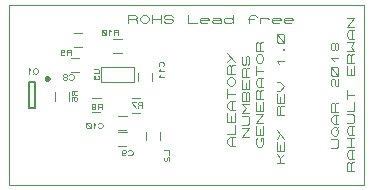
<source format=gbr>
G04 PROTEUS GERBER X2 FILE*
%TF.GenerationSoftware,Labcenter,Proteus,8.5-SP0-Build22067*%
%TF.CreationDate,2018-05-09T22:16:53+00:00*%
%TF.FileFunction,Legend,Bot*%
%TF.FilePolarity,Positive*%
%TF.Part,Single*%
%FSLAX45Y45*%
%MOMM*%
G01*
%TA.AperFunction,Profile*%
%ADD28C,0.101600*%
%TA.AperFunction,Material*%
%ADD73C,0.101600*%
%ADD30C,0.250000*%
%ADD31C,0.200000*%
D28*
X-1490000Y-760000D02*
X+1510000Y-760000D01*
X+1510000Y+760000D01*
X-1490000Y+760000D01*
X-1490000Y-760000D01*
D73*
X-711790Y+108710D02*
X-432390Y+108710D01*
X-432390Y+235710D01*
X-711790Y+235710D01*
X-711790Y+108710D01*
X-777830Y+221740D02*
X-739730Y+221740D01*
X-732110Y+215390D01*
X-732110Y+189990D01*
X-739730Y+183640D01*
X-777830Y+183640D01*
X-777830Y+132840D02*
X-777830Y+164590D01*
X-762590Y+164590D01*
X-762590Y+139190D01*
X-754970Y+132840D01*
X-739730Y+132840D01*
X-732110Y+139190D01*
X-732110Y+158240D01*
X-739730Y+164590D01*
X-943060Y+405060D02*
X-874480Y+405060D01*
X-943060Y+526980D02*
X-871940Y+526980D01*
X-969240Y+339020D02*
X-969240Y+384740D01*
X-1000990Y+384740D01*
X-1007340Y+377120D01*
X-1007340Y+369500D01*
X-1000990Y+361880D01*
X-969240Y+361880D01*
X-1000990Y+361880D02*
X-1007340Y+354260D01*
X-1007340Y+339020D01*
X-1058140Y+369500D02*
X-1051790Y+361880D01*
X-1032740Y+361880D01*
X-1026390Y+369500D01*
X-1026390Y+377120D01*
X-1032740Y+384740D01*
X-1051790Y+384740D01*
X-1058140Y+377120D01*
X-1058140Y+346640D01*
X-1051790Y+339020D01*
X-1032740Y+339020D01*
X-609700Y+355060D02*
X-541120Y+355060D01*
X-609700Y+476980D02*
X-538580Y+476980D01*
X-570480Y+509020D02*
X-570480Y+554740D01*
X-602230Y+554740D01*
X-608580Y+547120D01*
X-608580Y+539500D01*
X-602230Y+531880D01*
X-570480Y+531880D01*
X-602230Y+531880D02*
X-608580Y+524260D01*
X-608580Y+509020D01*
X-633980Y+539500D02*
X-646680Y+554740D01*
X-646680Y+509020D01*
X-672080Y+516640D02*
X-672080Y+547120D01*
X-678430Y+554740D01*
X-703830Y+554740D01*
X-710180Y+547120D01*
X-710180Y+516640D01*
X-703830Y+509020D01*
X-678430Y+509020D01*
X-672080Y+516640D01*
X-672080Y+509020D02*
X-710180Y+554740D01*
X-401780Y+189820D02*
X-401780Y+121240D01*
X-279860Y+189820D02*
X-279860Y+118700D01*
X-189720Y+244900D02*
X-182100Y+251250D01*
X-182100Y+270300D01*
X-197340Y+283000D01*
X-212580Y+283000D01*
X-227820Y+270300D01*
X-227820Y+251250D01*
X-220200Y+244900D01*
X-212580Y+219500D02*
X-227820Y+206800D01*
X-182100Y+206800D01*
X-212580Y+168700D02*
X-227820Y+156000D01*
X-182100Y+156000D01*
X-383660Y-28100D02*
X-452240Y-28100D01*
X-383660Y-150020D02*
X-454780Y-150020D01*
X-365880Y-107780D02*
X-365880Y-62060D01*
X-397630Y-62060D01*
X-403980Y-69680D01*
X-403980Y-77300D01*
X-397630Y-84920D01*
X-365880Y-84920D01*
X-397630Y-84920D02*
X-403980Y-92540D01*
X-403980Y-107780D01*
X-423030Y-62060D02*
X-454780Y-62060D01*
X-454780Y-69680D01*
X-423030Y-107780D01*
X-789700Y-144940D02*
X-721120Y-144940D01*
X-789700Y-23020D02*
X-718580Y-23020D01*
X-705880Y-120980D02*
X-705880Y-75260D01*
X-737630Y-75260D01*
X-743980Y-82880D01*
X-743980Y-90500D01*
X-737630Y-98120D01*
X-705880Y-98120D01*
X-737630Y-98120D02*
X-743980Y-105740D01*
X-743980Y-120980D01*
X-769380Y-98120D02*
X-763030Y-90500D01*
X-763030Y-82880D01*
X-769380Y-75260D01*
X-788430Y-75260D01*
X-794780Y-82880D01*
X-794780Y-90500D01*
X-788430Y-98120D01*
X-769380Y-98120D01*
X-763030Y-105740D01*
X-763030Y-113360D01*
X-769380Y-120980D01*
X-788430Y-120980D01*
X-794780Y-113360D01*
X-794780Y-105740D01*
X-788430Y-98120D01*
X-969700Y+195060D02*
X-901120Y+195060D01*
X-969700Y+316980D02*
X-898580Y+316980D01*
X-983980Y+136640D02*
X-977630Y+129020D01*
X-958580Y+129020D01*
X-945880Y+144260D01*
X-945880Y+159500D01*
X-958580Y+174740D01*
X-977630Y+174740D01*
X-983980Y+167120D01*
X-1009380Y+151880D02*
X-1003030Y+159500D01*
X-1003030Y+167120D01*
X-1009380Y+174740D01*
X-1028430Y+174740D01*
X-1034780Y+167120D01*
X-1034780Y+159500D01*
X-1028430Y+151880D01*
X-1009380Y+151880D01*
X-1003030Y+144260D01*
X-1003030Y+136640D01*
X-1009380Y+129020D01*
X-1028430Y+129020D01*
X-1034780Y+136640D01*
X-1034780Y+144260D01*
X-1028430Y+151880D01*
D30*
X-1157500Y+140000D02*
X-1157543Y+141039D01*
X-1157895Y+143118D01*
X-1158632Y+145197D01*
X-1159836Y+147276D01*
X-1161677Y+149326D01*
X-1163756Y+150829D01*
X-1165835Y+151786D01*
X-1167914Y+152325D01*
X-1169993Y+152500D01*
X-1170000Y+152500D01*
X-1182500Y+140000D02*
X-1182457Y+141039D01*
X-1182105Y+143118D01*
X-1181368Y+145197D01*
X-1180164Y+147276D01*
X-1178323Y+149326D01*
X-1176244Y+150829D01*
X-1174165Y+151786D01*
X-1172086Y+152325D01*
X-1170007Y+152500D01*
X-1170000Y+152500D01*
X-1182500Y+140000D02*
X-1182457Y+138961D01*
X-1182105Y+136882D01*
X-1181368Y+134803D01*
X-1180164Y+132724D01*
X-1178323Y+130674D01*
X-1176244Y+129171D01*
X-1174165Y+128214D01*
X-1172086Y+127675D01*
X-1170007Y+127500D01*
X-1170000Y+127500D01*
X-1157500Y+140000D02*
X-1157543Y+138961D01*
X-1157895Y+136882D01*
X-1158632Y+134803D01*
X-1159836Y+132724D01*
X-1161677Y+130674D01*
X-1163756Y+129171D01*
X-1165835Y+128214D01*
X-1167914Y+127675D01*
X-1169993Y+127500D01*
X-1170000Y+127500D01*
D31*
X-1275000Y-110000D02*
X-1325000Y-110000D01*
X-1325000Y+110000D01*
X-1275000Y+110000D01*
X-1275000Y-110000D01*
D73*
X-1249200Y+210720D02*
X-1261900Y+225960D01*
X-1274600Y+225960D01*
X-1287300Y+210720D01*
X-1287300Y+195480D01*
X-1274600Y+180240D01*
X-1261900Y+180240D01*
X-1249200Y+195480D01*
X-1249200Y+210720D01*
X-1274600Y+195480D02*
X-1287300Y+180240D01*
X-1312700Y+210720D02*
X-1325400Y+225960D01*
X-1325400Y+180240D01*
X-984940Y-46220D02*
X-984940Y+22360D01*
X-1106860Y-46220D02*
X-1106860Y+24900D01*
X-918900Y+37600D02*
X-964620Y+37600D01*
X-964620Y+5850D01*
X-957000Y-500D01*
X-949380Y-500D01*
X-941760Y+5850D01*
X-941760Y+37600D01*
X-941760Y+5850D02*
X-934140Y-500D01*
X-918900Y-500D01*
X-957000Y-51300D02*
X-964620Y-44950D01*
X-964620Y-25900D01*
X-957000Y-19550D01*
X-926520Y-19550D01*
X-918900Y-25900D01*
X-918900Y-44950D01*
X-926520Y-51300D01*
X-934140Y-51300D01*
X-941760Y-44950D01*
X-941760Y-19550D01*
X-211580Y-379700D02*
X-211580Y-311120D01*
X-333500Y-379700D02*
X-333500Y-308580D01*
X-181260Y-465880D02*
X-135540Y-465880D01*
X-135540Y-503980D01*
X-173640Y-523030D02*
X-181260Y-529380D01*
X-181260Y-548430D01*
X-173640Y-554780D01*
X-166020Y-554780D01*
X-158400Y-548430D01*
X-158400Y-529380D01*
X-150780Y-523030D01*
X-135540Y-523030D01*
X-135540Y-554780D01*
X-569700Y-294940D02*
X-501120Y-294940D01*
X-569700Y-173020D02*
X-498580Y-173020D01*
X-738580Y-273360D02*
X-732230Y-280980D01*
X-713180Y-280980D01*
X-700480Y-265740D01*
X-700480Y-250500D01*
X-713180Y-235260D01*
X-732230Y-235260D01*
X-738580Y-242880D01*
X-763980Y-250500D02*
X-776680Y-235260D01*
X-776680Y-280980D01*
X-802080Y-273360D02*
X-802080Y-242880D01*
X-808430Y-235260D01*
X-833830Y-235260D01*
X-840180Y-242880D01*
X-840180Y-273360D01*
X-833830Y-280980D01*
X-808430Y-280980D01*
X-802080Y-273360D01*
X-802080Y-280980D02*
X-840180Y-235260D01*
X-569700Y-434940D02*
X-501120Y-434940D01*
X-569700Y-313020D02*
X-498580Y-313020D01*
X-483980Y-503360D02*
X-477630Y-510980D01*
X-458580Y-510980D01*
X-445880Y-495740D01*
X-445880Y-480500D01*
X-458580Y-465260D01*
X-477630Y-465260D01*
X-483980Y-472880D01*
X-534780Y-480500D02*
X-528430Y-488120D01*
X-509380Y-488120D01*
X-503030Y-480500D01*
X-503030Y-472880D01*
X-509380Y-465260D01*
X-528430Y-465260D01*
X-534780Y-472880D01*
X-534780Y-503360D01*
X-528430Y-510980D01*
X-509380Y-510980D01*
X+1428600Y-645160D02*
X+1367640Y-645160D01*
X+1367640Y-581660D01*
X+1377800Y-568960D01*
X+1387960Y-568960D01*
X+1398120Y-581660D01*
X+1398120Y-645160D01*
X+1398120Y-581660D02*
X+1408280Y-568960D01*
X+1428600Y-568960D01*
X+1428600Y-543560D02*
X+1387960Y-543560D01*
X+1367640Y-518160D01*
X+1367640Y-492760D01*
X+1387960Y-467360D01*
X+1428600Y-467360D01*
X+1408280Y-543560D02*
X+1408280Y-467360D01*
X+1428600Y-441960D02*
X+1367640Y-441960D01*
X+1367640Y-365760D02*
X+1428600Y-365760D01*
X+1398120Y-441960D02*
X+1398120Y-365760D01*
X+1428600Y-340360D02*
X+1387960Y-340360D01*
X+1367640Y-314960D01*
X+1367640Y-289560D01*
X+1387960Y-264160D01*
X+1428600Y-264160D01*
X+1408280Y-340360D02*
X+1408280Y-264160D01*
X+1367640Y-238760D02*
X+1418440Y-238760D01*
X+1428600Y-226060D01*
X+1428600Y-175260D01*
X+1418440Y-162560D01*
X+1367640Y-162560D01*
X+1367640Y-137160D02*
X+1428600Y-137160D01*
X+1428600Y-60960D01*
X+1367640Y-35560D02*
X+1367640Y+40640D01*
X+1367640Y+2540D02*
X+1428600Y+2540D01*
X+1428600Y+243840D02*
X+1428600Y+167640D01*
X+1367640Y+167640D01*
X+1367640Y+243840D01*
X+1398120Y+167640D02*
X+1398120Y+218440D01*
X+1428600Y+269240D02*
X+1367640Y+269240D01*
X+1367640Y+332740D01*
X+1377800Y+345440D01*
X+1387960Y+345440D01*
X+1398120Y+332740D01*
X+1398120Y+269240D01*
X+1398120Y+332740D02*
X+1408280Y+345440D01*
X+1428600Y+345440D01*
X+1367640Y+370840D02*
X+1428600Y+370840D01*
X+1398120Y+408940D01*
X+1428600Y+447040D01*
X+1367640Y+447040D01*
X+1428600Y+472440D02*
X+1387960Y+472440D01*
X+1367640Y+497840D01*
X+1367640Y+523240D01*
X+1387960Y+548640D01*
X+1428600Y+548640D01*
X+1408280Y+472440D02*
X+1408280Y+548640D01*
X+1428600Y+574040D02*
X+1367640Y+574040D01*
X+1428600Y+650240D01*
X+1367640Y+650240D01*
X+1234440Y-447040D02*
X+1285240Y-447040D01*
X+1295400Y-434340D01*
X+1295400Y-383540D01*
X+1285240Y-370840D01*
X+1234440Y-370840D01*
X+1254760Y-345440D02*
X+1234440Y-320040D01*
X+1234440Y-294640D01*
X+1254760Y-269240D01*
X+1275080Y-269240D01*
X+1295400Y-294640D01*
X+1295400Y-320040D01*
X+1275080Y-345440D01*
X+1254760Y-345440D01*
X+1275080Y-294640D02*
X+1295400Y-269240D01*
X+1295400Y-243840D02*
X+1254760Y-243840D01*
X+1234440Y-218440D01*
X+1234440Y-193040D01*
X+1254760Y-167640D01*
X+1295400Y-167640D01*
X+1275080Y-243840D02*
X+1275080Y-167640D01*
X+1295400Y-142240D02*
X+1234440Y-142240D01*
X+1234440Y-78740D01*
X+1244600Y-66040D01*
X+1254760Y-66040D01*
X+1264920Y-78740D01*
X+1264920Y-142240D01*
X+1264920Y-78740D02*
X+1275080Y-66040D01*
X+1295400Y-66040D01*
X+1244600Y+73660D02*
X+1234440Y+86360D01*
X+1234440Y+124460D01*
X+1244600Y+137160D01*
X+1254760Y+137160D01*
X+1264920Y+124460D01*
X+1264920Y+86360D01*
X+1275080Y+73660D01*
X+1295400Y+73660D01*
X+1295400Y+137160D01*
X+1285240Y+162560D02*
X+1244600Y+162560D01*
X+1234440Y+175260D01*
X+1234440Y+226060D01*
X+1244600Y+238760D01*
X+1285240Y+238760D01*
X+1295400Y+226060D01*
X+1295400Y+175260D01*
X+1285240Y+162560D01*
X+1295400Y+162560D02*
X+1234440Y+238760D01*
X+1254760Y+289560D02*
X+1234440Y+314960D01*
X+1295400Y+314960D01*
X+1264920Y+391160D02*
X+1254760Y+378460D01*
X+1244600Y+378460D01*
X+1234440Y+391160D01*
X+1234440Y+429260D01*
X+1244600Y+441960D01*
X+1254760Y+441960D01*
X+1264920Y+429260D01*
X+1264920Y+391160D01*
X+1275080Y+378460D01*
X+1285240Y+378460D01*
X+1295400Y+391160D01*
X+1295400Y+429260D01*
X+1285240Y+441960D01*
X+1275080Y+441960D01*
X+1264920Y+429260D01*
X+416560Y-434340D02*
X+375920Y-434340D01*
X+355600Y-408940D01*
X+355600Y-383540D01*
X+375920Y-358140D01*
X+416560Y-358140D01*
X+396240Y-434340D02*
X+396240Y-358140D01*
X+355600Y-332740D02*
X+416560Y-332740D01*
X+416560Y-256540D01*
X+416560Y-154940D02*
X+416560Y-231140D01*
X+355600Y-231140D01*
X+355600Y-154940D01*
X+386080Y-231140D02*
X+386080Y-180340D01*
X+416560Y-129540D02*
X+375920Y-129540D01*
X+355600Y-104140D01*
X+355600Y-78740D01*
X+375920Y-53340D01*
X+416560Y-53340D01*
X+396240Y-129540D02*
X+396240Y-53340D01*
X+355600Y-27940D02*
X+355600Y+48260D01*
X+355600Y+10160D02*
X+416560Y+10160D01*
X+375920Y+73660D02*
X+355600Y+99060D01*
X+355600Y+124460D01*
X+375920Y+149860D01*
X+396240Y+149860D01*
X+416560Y+124460D01*
X+416560Y+99060D01*
X+396240Y+73660D01*
X+375920Y+73660D01*
X+416560Y+175260D02*
X+355600Y+175260D01*
X+355600Y+238760D01*
X+365760Y+251460D01*
X+375920Y+251460D01*
X+386080Y+238760D01*
X+386080Y+175260D01*
X+386080Y+238760D02*
X+396240Y+251460D01*
X+416560Y+251460D01*
X+355600Y+353060D02*
X+416560Y+276860D01*
X+355600Y+276860D02*
X+386080Y+314960D01*
X+541020Y-350520D02*
X+480060Y-350520D01*
X+541020Y-274320D01*
X+480060Y-274320D01*
X+480060Y-248920D02*
X+530860Y-248920D01*
X+541020Y-236220D01*
X+541020Y-185420D01*
X+530860Y-172720D01*
X+480060Y-172720D01*
X+541020Y-147320D02*
X+480060Y-147320D01*
X+510540Y-109220D01*
X+480060Y-71120D01*
X+541020Y-71120D01*
X+541020Y-45720D02*
X+480060Y-45720D01*
X+480060Y+17780D01*
X+490220Y+30480D01*
X+500380Y+30480D01*
X+510540Y+17780D01*
X+520700Y+30480D01*
X+530860Y+30480D01*
X+541020Y+17780D01*
X+541020Y-45720D01*
X+510540Y-45720D02*
X+510540Y+17780D01*
X+541020Y+132080D02*
X+541020Y+55880D01*
X+480060Y+55880D01*
X+480060Y+132080D01*
X+510540Y+55880D02*
X+510540Y+106680D01*
X+541020Y+157480D02*
X+480060Y+157480D01*
X+480060Y+220980D01*
X+490220Y+233680D01*
X+500380Y+233680D01*
X+510540Y+220980D01*
X+510540Y+157480D01*
X+510540Y+220980D02*
X+520700Y+233680D01*
X+541020Y+233680D01*
X+530860Y+259080D02*
X+541020Y+271780D01*
X+541020Y+322580D01*
X+530860Y+335280D01*
X+520700Y+335280D01*
X+510540Y+322580D01*
X+510540Y+271780D01*
X+500380Y+259080D01*
X+490220Y+259080D01*
X+480060Y+271780D01*
X+480060Y+322580D01*
X+490220Y+335280D01*
X+637540Y-388620D02*
X+637540Y-363220D01*
X+657860Y-363220D01*
X+657860Y-414020D01*
X+637540Y-439420D01*
X+617220Y-439420D01*
X+596900Y-414020D01*
X+596900Y-375920D01*
X+607060Y-363220D01*
X+657860Y-261620D02*
X+657860Y-337820D01*
X+596900Y-337820D01*
X+596900Y-261620D01*
X+627380Y-337820D02*
X+627380Y-287020D01*
X+657860Y-236220D02*
X+596900Y-236220D01*
X+657860Y-160020D01*
X+596900Y-160020D01*
X+657860Y-58420D02*
X+657860Y-134620D01*
X+596900Y-134620D01*
X+596900Y-58420D01*
X+627380Y-134620D02*
X+627380Y-83820D01*
X+657860Y-33020D02*
X+596900Y-33020D01*
X+596900Y+30480D01*
X+607060Y+43180D01*
X+617220Y+43180D01*
X+627380Y+30480D01*
X+627380Y-33020D01*
X+627380Y+30480D02*
X+637540Y+43180D01*
X+657860Y+43180D01*
X+657860Y+68580D02*
X+617220Y+68580D01*
X+596900Y+93980D01*
X+596900Y+119380D01*
X+617220Y+144780D01*
X+657860Y+144780D01*
X+637540Y+68580D02*
X+637540Y+144780D01*
X+596900Y+170180D02*
X+596900Y+246380D01*
X+596900Y+208280D02*
X+657860Y+208280D01*
X+617220Y+271780D02*
X+596900Y+297180D01*
X+596900Y+322580D01*
X+617220Y+347980D01*
X+637540Y+347980D01*
X+657860Y+322580D01*
X+657860Y+297180D01*
X+637540Y+271780D01*
X+617220Y+271780D01*
X+657860Y+373380D02*
X+596900Y+373380D01*
X+596900Y+436880D01*
X+607060Y+449580D01*
X+617220Y+449580D01*
X+627380Y+436880D01*
X+627380Y+373380D01*
X+627380Y+436880D02*
X+637540Y+449580D01*
X+657860Y+449580D01*
X+772160Y-571500D02*
X+833120Y-571500D01*
X+772160Y-495300D02*
X+802640Y-533400D01*
X+833120Y-495300D01*
X+802640Y-571500D02*
X+802640Y-533400D01*
X+833120Y-393700D02*
X+833120Y-469900D01*
X+772160Y-469900D01*
X+772160Y-393700D01*
X+802640Y-469900D02*
X+802640Y-419100D01*
X+772160Y-292100D02*
X+833120Y-368300D01*
X+772160Y-368300D02*
X+802640Y-330200D01*
X+833120Y-165100D02*
X+772160Y-165100D01*
X+772160Y-101600D01*
X+782320Y-88900D01*
X+792480Y-88900D01*
X+802640Y-101600D01*
X+802640Y-165100D01*
X+802640Y-101600D02*
X+812800Y-88900D01*
X+833120Y-88900D01*
X+833120Y+12700D02*
X+833120Y-63500D01*
X+772160Y-63500D01*
X+772160Y+12700D01*
X+802640Y-63500D02*
X+802640Y-12700D01*
X+772160Y+38100D02*
X+802640Y+38100D01*
X+833120Y+76200D01*
X+802640Y+114300D01*
X+772160Y+114300D01*
X+792480Y+266700D02*
X+772160Y+292100D01*
X+833120Y+292100D01*
X+822960Y+381000D02*
X+822960Y+393700D01*
X+833120Y+393700D01*
X+833120Y+381000D01*
X+822960Y+381000D01*
X+822960Y+444500D02*
X+782320Y+444500D01*
X+772160Y+457200D01*
X+772160Y+508000D01*
X+782320Y+520700D01*
X+822960Y+520700D01*
X+833120Y+508000D01*
X+833120Y+457200D01*
X+822960Y+444500D01*
X+833120Y+444500D02*
X+772160Y+520700D01*
X-487680Y+614680D02*
X-487680Y+675640D01*
X-424180Y+675640D01*
X-411480Y+665480D01*
X-411480Y+655320D01*
X-424180Y+645160D01*
X-487680Y+645160D01*
X-424180Y+645160D02*
X-411480Y+635000D01*
X-411480Y+614680D01*
X-386080Y+655320D02*
X-360680Y+675640D01*
X-335280Y+675640D01*
X-309880Y+655320D01*
X-309880Y+635000D01*
X-335280Y+614680D01*
X-360680Y+614680D01*
X-386080Y+635000D01*
X-386080Y+655320D01*
X-284480Y+614680D02*
X-284480Y+675640D01*
X-208280Y+675640D02*
X-208280Y+614680D01*
X-284480Y+645160D02*
X-208280Y+645160D01*
X-182880Y+624840D02*
X-170180Y+614680D01*
X-119380Y+614680D01*
X-106680Y+624840D01*
X-106680Y+635000D01*
X-119380Y+645160D01*
X-170180Y+645160D01*
X-182880Y+655320D01*
X-182880Y+665480D01*
X-170180Y+675640D01*
X-119380Y+675640D01*
X-106680Y+665480D01*
X+20320Y+675640D02*
X+20320Y+614680D01*
X+96520Y+614680D01*
X+121920Y+635000D02*
X+198120Y+635000D01*
X+198120Y+645160D01*
X+185420Y+655320D01*
X+134620Y+655320D01*
X+121920Y+645160D01*
X+121920Y+624840D01*
X+134620Y+614680D01*
X+185420Y+614680D01*
X+236220Y+655320D02*
X+287020Y+655320D01*
X+299720Y+645160D01*
X+299720Y+614680D01*
X+236220Y+614680D01*
X+223520Y+624840D01*
X+236220Y+635000D01*
X+299720Y+635000D01*
X+401320Y+645160D02*
X+388620Y+655320D01*
X+337820Y+655320D01*
X+325120Y+645160D01*
X+325120Y+624840D01*
X+337820Y+614680D01*
X+388620Y+614680D01*
X+401320Y+624840D01*
X+401320Y+614680D02*
X+401320Y+675640D01*
X+541020Y+614680D02*
X+541020Y+665480D01*
X+553720Y+675640D01*
X+591820Y+675640D01*
X+604520Y+665480D01*
X+528320Y+645160D02*
X+579120Y+645160D01*
X+629920Y+614680D02*
X+629920Y+655320D01*
X+629920Y+645160D02*
X+642620Y+655320D01*
X+693420Y+655320D01*
X+706120Y+645160D01*
X+731520Y+635000D02*
X+807720Y+635000D01*
X+807720Y+645160D01*
X+795020Y+655320D01*
X+744220Y+655320D01*
X+731520Y+645160D01*
X+731520Y+624840D01*
X+744220Y+614680D01*
X+795020Y+614680D01*
X+833120Y+635000D02*
X+909320Y+635000D01*
X+909320Y+645160D01*
X+896620Y+655320D01*
X+845820Y+655320D01*
X+833120Y+645160D01*
X+833120Y+624840D01*
X+845820Y+614680D01*
X+896620Y+614680D01*
M02*

</source>
